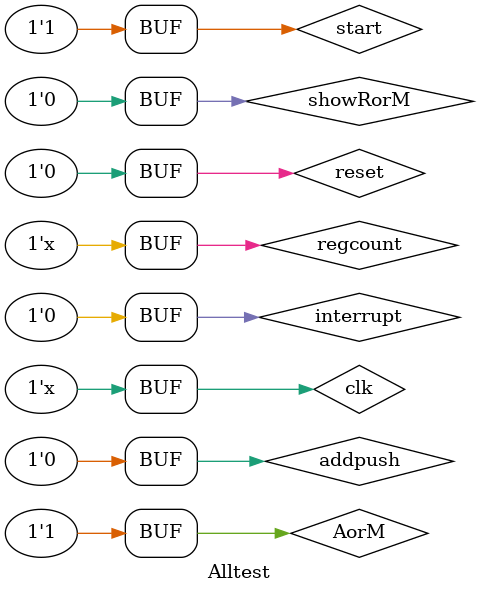
<source format=v>
`timescale 1ps / 1ps


module Alltest;

	// Inputs
	reg interrupt;
	reg regcount;
	reg clk;
	reg reset;
	reg start;
	reg AorM;
	reg addpush;
	reg showRorM;
	// Outputs
	wire [6:0] led;
	wire [3:0] led_select;
	wire [7:0] light;
	wire dot;

	// Instantiate the Unit Under Test (UUT)
	TopModule uut (
//		.interrupt(interrupt),
		.showRorM(showRorM),
		.regcount(regcount), 
		.clk(clk), 
		.reset(reset), 
		.start(start), 
		.AorM(AorM), 
		.addpush(addpush), 
		.led(led), 
		.led_select(led_select), 
		.light(light), 
		.dot(dot)
	);

	initial begin
		// Initialize Inputs
		showRorM =0;
		regcount = 0;
		clk = 0;
		reset = 0;
		start = 1;
		AorM = 1;
		addpush = 0;
		interrupt =0;
		// Wait 100 ns for global reset to finish
		#100;
        
		// Add stimulus here
		
	end
		always #1 clk =~clk;
		always #100 regcount=~regcount;
endmodule


</source>
